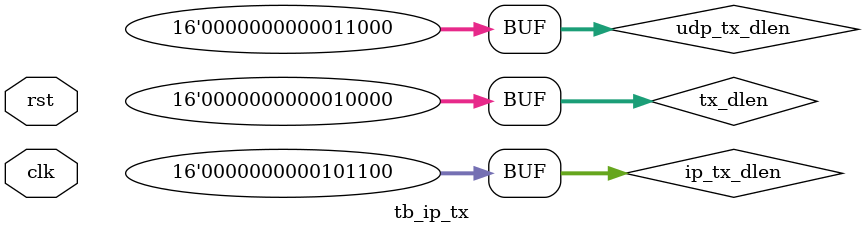
<source format=v>
module tb_ip_tx(
    input clk,
    input rst
);

    wire [15:0] tx_dlen; 
    wire [15:0] udp_tx_dlen, ip_tx_dlen;


    wire [7:0] udp_txd;
    wire [7:0] imp_txd;
    wire [7:0] ip_txd;
    wire [7:0] ipm_txd;
    (*MARK_DEBUG = "true"*)wire [7:0] fifo_txd, fifo_rxd;
    (*MARK_DEBUG = "true"*)wire fifo_txen, fifo_rxen;
    (*MARK_DEBUG = "true"*)wire fifo_full;

    wire fs_fifo_tx, fd_fifo_tx;

    wire fs_eth_tx, fd_eth_rx;

    wire fs_tcp_tx, fd_tcp_tx;
    wire fs_udp_tx, fd_udp_tx;
    wire fs_icmp_tx, fd_icmp_tx;
    wire fs_ip_tx, fd_ip_tx;

    assign udp_tx_dlen = tx_dlen + 8'h8;
    assign ip_tx_dlen = tx_dlen + 8'd28;
    assign tx_dlen = 16'h10;

    assign fs_ip_tx = fs_eth_tx;
    assign fd_eth_tx = fd_ip_tx;

    (*MARK_DEBUG = "true"*)reg [7:0] state; 
    reg [7:0] next_state;

    localparam IDLE = 8'h00, WAIT = 8'h01, DONE = 8'h02; 
    localparam FIFO = 8'h13;
    localparam UDP0 = 8'h20, GAP0 = 8'h21, UDP1 = 8'h22, GAP1 = 8'h23;
    localparam UDP2 = 8'h24, GAP2 = 8'h25, UDP3 = 8'h26, GAP3 = 8'h27;

    localparam IP_MODE = 8'h11;

    assign fs_fifo_tx = (state == FIFO);
    assign fs_eth_tx = (state == UDP0) || (state == UDP1) || (state == UDP2) || (state == UDP3);


    always@(posedge clk or posedge rst) begin
        if(rst) state <= IDLE;
        else state <= next_state;
    end
    
    always@(*) begin
        case(state)
            IDLE: next_state <= WAIT;
            WAIT: next_state <= FIFO;
            FIFO: begin
                if(fd_fifo_tx) next_state <= UDP0;
                else next_state <= FIFO;
            end
            UDP0: begin
                if(fd_udp_tx) next_state <= GAP0;
                else next_state <= UDP0;
            end
            GAP0: next_state <= UDP1;
            UDP1: begin
                if(fd_udp_tx) next_state <= GAP1;
                else next_state <= UDP1;
            end
            GAP1: next_state <= UDP2;
            UDP2: begin
                if(fd_udp_tx) next_state <= GAP2;
                else next_state <= UDP2;
            end
            GAP2: next_state <= UDP3;
            UDP3: begin
                if(fd_udp_tx) next_state <= GAP3;
                else next_state <= UDP3;
            end
            GAP3: next_state <= DONE;
            DONE: next_state <= WAIT;
            default: next_state <= IDLE;
        endcase
    end


    fifo_tx
    fifo_tx_dut(
        .clk(clk),
        .rst(rst),
        .full(fifo_full),
        .fs(fs_fifo_tx),
        .fd(fd_fifo_tx),

        .fifo_txen(fifo_txen),
        .fifo_txd(fifo_txd)
    );


    udp_tx
    udp_tx_dut(
        .clk(clk),
        .rst(rst),
        .fs(fs_udp_tx),
        .fd(fd_udp_tx),
        .src_port(16'h1F90),
        .det_port(16'h1F90),
        .data_len(udp_tx_dlen),
        .fifo_rxen(fifo_rxen),
        .fifo_rxd(fifo_rxd),
        .udp_txd(udp_txd)
    );

    ip_tx
    ip_tx_dut(
        .clk(clk),
        .rst(rst),

        .data_len(ip_tx_dlen),
        .src_ip_addr(32'hC0A80002),
        .det_ip_addr(32'hC0A80003),

        .fs(fs_ip_tx),
        .fd(fd_ip_tx),

        .ip_mode(IP_MODE),

        .fs_udp(fs_udp_tx),
        .fd_udp(fd_udp_tx),
        .fs_icmp(fs_icmp_tx),
        .fd_icmp(fd_icmp_tx),
        .fs_tcp(fs_tcp_tx),
        .fd_tcp(fd_tcp_tx),

        .ip_mode_txd(ipm_txd),
        .ip_txd(ip_txd)
    );

    ip_tx_mode
    ip_tx_mode_dut(
        .clk(clk),

        .udp_txd(udp_txd),
        .tcp_txd(tcp_txd),
        .icmp_txd(icmp_txd),

        .tx_mode(IP_MODE),
        .txd(ipm_txd)
    );


    fifo_eth
    fifo_eth_dut(
        .wr_clk(clk),
        .full(fifo_full),
        .din(fifo_txd),
        .wr_en(fifo_txen),

        .rd_clk(clk),
        .dout(fifo_rxd),
        .rd_en(fifo_rxen)
    );



endmodule



</source>
